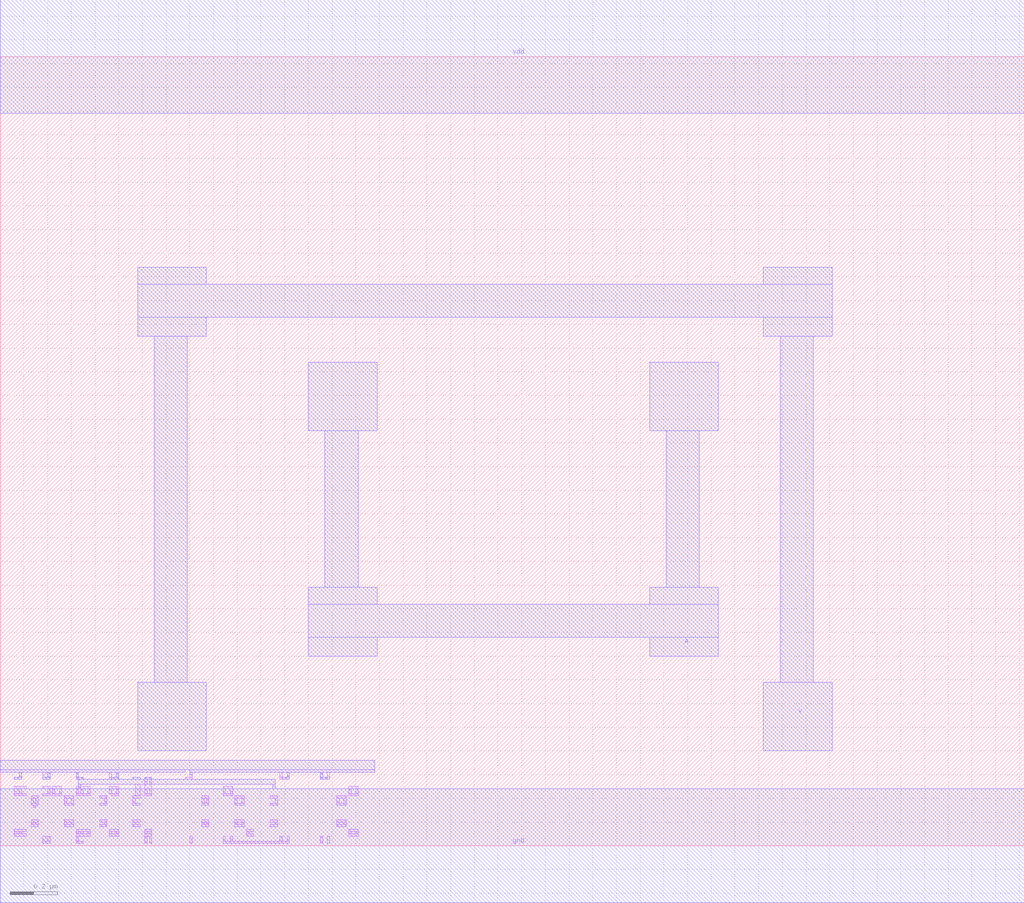
<source format=lef>
VERSION 5.7 ;
  NOWIREEXTENSIONATPIN ON ;
  DIVIDERCHAR "/" ;
  BUSBITCHARS "[]" ;
MACRO INVX4
  CLASS CORE ;
  FOREIGN INVX4 ;
  ORIGIN 0.000 0.000 ;
  SIZE 4.320 BY 3.330 ;
  SYMMETRY X Y R90 ;
  SITE unit ;
  PIN vdd
    DIRECTION INOUT ;
    USE POWER ;
    SHAPE ABUTMENT ;
    PORT
      LAYER met1 ;
        RECT 0.000 3.090 4.320 3.570 ;
    END
  END vdd
  PIN gnd
    DIRECTION INOUT ;
    USE GROUND ;
    SHAPE ABUTMENT ;
    PORT
      LAYER met1 ;
        RECT 0.000 0.320 1.580 0.360 ;
        RECT 0.000 0.310 0.780 0.320 ;
        RECT 0.800 0.310 1.580 0.320 ;
        RECT 0.080 0.290 0.090 0.310 ;
        RECT 0.200 0.290 0.210 0.310 ;
        RECT 0.060 0.280 0.090 0.290 ;
        RECT 0.180 0.280 0.210 0.290 ;
        RECT 0.320 0.290 0.330 0.310 ;
        RECT 0.490 0.290 0.500 0.310 ;
        RECT 0.800 0.300 0.810 0.310 ;
        RECT 1.210 0.290 1.220 0.310 ;
        RECT 0.320 0.280 0.350 0.290 ;
        RECT 0.470 0.280 0.500 0.290 ;
        RECT 0.560 0.280 0.590 0.290 ;
        RECT 0.610 0.280 0.640 0.290 ;
        RECT 1.190 0.280 1.220 0.290 ;
        RECT 1.350 0.290 1.360 0.310 ;
        RECT 1.350 0.280 1.380 0.290 ;
        RECT 0.330 0.260 1.160 0.280 ;
        RECT 0.330 0.240 0.340 0.260 ;
        RECT 1.150 0.240 1.160 0.260 ;
        RECT 0.000 -0.240 4.320 0.240 ;
    END
  END gnd
  PIN Y
    DIRECTION INOUT ;
    USE SIGNAL ;
    SHAPE ABUTMENT ;
    PORT
      LAYER met1 ;
        RECT 0.580 2.370 0.870 2.440 ;
        RECT 3.220 2.370 3.510 2.440 ;
        RECT 0.580 2.230 3.510 2.370 ;
        RECT 0.580 2.150 0.870 2.230 ;
        RECT 3.220 2.150 3.510 2.230 ;
        RECT 0.650 0.690 0.790 2.150 ;
        RECT 3.290 0.690 3.430 2.150 ;
        RECT 0.580 0.400 0.870 0.690 ;
        RECT 3.220 0.400 3.510 0.690 ;
    END
  END Y
  PIN A
    DIRECTION INOUT ;
    USE SIGNAL ;
    SHAPE ABUTMENT ;
    PORT
      LAYER met1 ;
        RECT 1.300 1.750 1.590 2.040 ;
        RECT 2.740 1.750 3.030 2.040 ;
        RECT 1.370 1.090 1.510 1.750 ;
        RECT 2.810 1.090 2.950 1.750 ;
        RECT 1.300 1.020 1.590 1.090 ;
        RECT 2.740 1.020 3.030 1.090 ;
        RECT 1.300 0.880 3.030 1.020 ;
        RECT 1.300 0.800 1.590 0.880 ;
        RECT 2.740 0.800 3.030 0.880 ;
    END
  END A
  OBS
      LAYER li1 ;
        RECT 0.080 0.290 0.090 0.310 ;
        RECT 0.060 0.280 0.090 0.290 ;
      LAYER li1 ;
        RECT 0.180 0.290 0.200 0.310 ;
      LAYER li1 ;
        RECT 0.200 0.290 0.210 0.310 ;
        RECT 0.180 0.280 0.210 0.290 ;
        RECT 0.320 0.290 0.330 0.310 ;
        RECT 0.460 0.290 0.470 0.310 ;
        RECT 0.490 0.290 0.500 0.310 ;
        RECT 0.800 0.290 0.810 0.310 ;
        RECT 0.320 0.280 0.350 0.290 ;
        RECT 0.460 0.280 0.500 0.290 ;
        RECT 0.610 0.280 0.640 0.290 ;
        RECT 0.780 0.280 0.810 0.290 ;
        RECT 1.180 0.290 1.190 0.310 ;
        RECT 1.210 0.290 1.220 0.310 ;
        RECT 1.180 0.280 1.220 0.290 ;
        RECT 1.350 0.290 1.360 0.310 ;
        RECT 1.380 0.290 1.390 0.310 ;
        RECT 1.350 0.280 1.390 0.290 ;
        RECT 0.610 0.260 0.620 0.280 ;
        RECT 0.630 0.260 0.640 0.280 ;
        RECT 0.060 0.240 0.110 0.250 ;
        RECT 0.180 0.240 0.210 0.250 ;
      LAYER li1 ;
        RECT 0.060 0.220 0.080 0.240 ;
      LAYER li1 ;
        RECT 0.080 0.220 0.090 0.240 ;
        RECT 0.200 0.220 0.210 0.240 ;
        RECT 0.060 0.210 0.110 0.220 ;
        RECT 0.180 0.210 0.210 0.220 ;
        RECT 0.220 0.240 0.260 0.250 ;
        RECT 0.220 0.220 0.230 0.240 ;
        RECT 0.250 0.220 0.260 0.240 ;
        RECT 0.220 0.210 0.260 0.220 ;
        RECT 0.320 0.240 0.380 0.250 ;
        RECT 0.320 0.220 0.330 0.240 ;
        RECT 0.340 0.220 0.350 0.240 ;
        RECT 0.370 0.220 0.380 0.240 ;
        RECT 0.460 0.240 0.500 0.250 ;
        RECT 0.460 0.220 0.470 0.240 ;
        RECT 0.490 0.220 0.500 0.240 ;
        RECT 0.320 0.210 0.380 0.220 ;
        RECT 0.470 0.210 0.500 0.220 ;
        RECT 0.570 0.210 0.590 0.260 ;
        RECT 0.610 0.240 0.640 0.260 ;
        RECT 0.610 0.220 0.620 0.240 ;
        RECT 0.630 0.220 0.640 0.240 ;
        RECT 0.610 0.210 0.640 0.220 ;
        RECT 0.940 0.240 0.980 0.250 ;
        RECT 0.940 0.220 0.950 0.240 ;
        RECT 0.970 0.220 0.980 0.240 ;
        RECT 0.940 0.210 0.980 0.220 ;
        RECT 1.470 0.240 1.510 0.250 ;
        RECT 1.470 0.220 1.480 0.240 ;
        RECT 1.500 0.220 1.510 0.240 ;
        RECT 1.470 0.210 1.510 0.220 ;
        RECT 0.130 0.200 0.160 0.210 ;
        RECT 0.130 0.180 0.140 0.200 ;
      LAYER li1 ;
        RECT 0.140 0.180 0.150 0.200 ;
      LAYER li1 ;
        RECT 0.150 0.180 0.160 0.200 ;
        RECT 0.130 0.170 0.160 0.180 ;
        RECT 0.270 0.200 0.310 0.210 ;
        RECT 0.420 0.200 0.450 0.210 ;
        RECT 0.270 0.180 0.280 0.200 ;
        RECT 0.300 0.180 0.310 0.200 ;
        RECT 0.440 0.180 0.450 0.200 ;
        RECT 0.270 0.170 0.310 0.180 ;
        RECT 0.420 0.170 0.450 0.180 ;
        RECT 0.560 0.200 0.590 0.210 ;
        RECT 0.850 0.200 0.880 0.210 ;
        RECT 0.560 0.180 0.570 0.200 ;
        RECT 0.850 0.180 0.860 0.200 ;
        RECT 0.870 0.180 0.880 0.200 ;
        RECT 0.560 0.170 0.590 0.180 ;
        RECT 0.850 0.170 0.880 0.180 ;
        RECT 0.990 0.200 1.030 0.210 ;
        RECT 1.140 0.200 1.170 0.210 ;
        RECT 0.990 0.180 1.000 0.200 ;
        RECT 1.020 0.180 1.030 0.200 ;
        RECT 1.160 0.180 1.170 0.200 ;
        RECT 0.990 0.170 1.030 0.180 ;
        RECT 1.140 0.170 1.170 0.180 ;
        RECT 1.420 0.200 1.460 0.210 ;
        RECT 1.420 0.180 1.430 0.200 ;
        RECT 1.450 0.180 1.460 0.200 ;
        RECT 1.420 0.170 1.460 0.180 ;
        RECT 0.140 0.160 0.150 0.170 ;
        RECT 0.130 0.100 0.160 0.110 ;
        RECT 0.130 0.090 0.140 0.100 ;
      LAYER li1 ;
        RECT 0.140 0.090 0.150 0.100 ;
      LAYER li1 ;
        RECT 0.150 0.090 0.160 0.100 ;
        RECT 0.130 0.080 0.160 0.090 ;
        RECT 0.270 0.100 0.310 0.110 ;
        RECT 0.420 0.100 0.450 0.110 ;
        RECT 0.270 0.090 0.280 0.100 ;
        RECT 0.300 0.090 0.310 0.100 ;
        RECT 0.440 0.090 0.450 0.100 ;
        RECT 0.270 0.080 0.310 0.090 ;
        RECT 0.420 0.080 0.450 0.090 ;
        RECT 0.560 0.100 0.590 0.110 ;
        RECT 0.850 0.100 0.880 0.110 ;
        RECT 0.560 0.090 0.570 0.100 ;
        RECT 0.850 0.090 0.860 0.100 ;
        RECT 0.870 0.090 0.880 0.100 ;
        RECT 0.560 0.080 0.590 0.090 ;
        RECT 0.850 0.080 0.880 0.090 ;
        RECT 0.990 0.100 1.030 0.110 ;
        RECT 1.140 0.100 1.170 0.110 ;
        RECT 0.990 0.090 1.000 0.100 ;
        RECT 1.020 0.090 1.030 0.100 ;
        RECT 1.160 0.090 1.170 0.100 ;
        RECT 0.990 0.080 1.030 0.090 ;
        RECT 1.140 0.080 1.170 0.090 ;
        RECT 1.420 0.100 1.460 0.110 ;
        RECT 1.420 0.090 1.430 0.100 ;
        RECT 1.450 0.090 1.460 0.100 ;
        RECT 1.420 0.080 1.460 0.090 ;
        RECT 0.060 0.060 0.110 0.070 ;
        RECT 0.320 0.060 0.380 0.070 ;
      LAYER li1 ;
        RECT 0.060 0.050 0.080 0.060 ;
      LAYER li1 ;
        RECT 0.080 0.050 0.090 0.060 ;
        RECT 0.320 0.050 0.330 0.060 ;
        RECT 0.340 0.050 0.350 0.060 ;
        RECT 0.370 0.050 0.380 0.060 ;
        RECT 0.060 0.040 0.110 0.050 ;
        RECT 0.320 0.040 0.380 0.050 ;
        RECT 0.460 0.060 0.500 0.070 ;
        RECT 0.460 0.050 0.470 0.060 ;
        RECT 0.490 0.050 0.500 0.060 ;
        RECT 0.460 0.040 0.500 0.050 ;
        RECT 0.610 0.060 0.640 0.070 ;
        RECT 0.610 0.050 0.620 0.060 ;
        RECT 0.630 0.050 0.640 0.060 ;
        RECT 0.610 0.040 0.640 0.050 ;
        RECT 1.040 0.060 1.070 0.070 ;
        RECT 1.470 0.060 1.510 0.070 ;
        RECT 1.040 0.050 1.050 0.060 ;
        RECT 1.470 0.050 1.480 0.060 ;
        RECT 1.500 0.050 1.510 0.060 ;
        RECT 1.040 0.040 1.070 0.050 ;
        RECT 1.470 0.040 1.510 0.050 ;
      LAYER li1 ;
        RECT 0.180 0.020 0.200 0.040 ;
      LAYER li1 ;
        RECT 0.200 0.020 0.210 0.040 ;
        RECT 0.180 0.010 0.210 0.020 ;
        RECT 0.320 0.020 0.330 0.040 ;
        RECT 0.320 0.010 0.350 0.020 ;
        RECT 0.610 0.010 0.620 0.040 ;
        RECT 0.630 0.010 0.640 0.040 ;
        RECT 0.800 0.010 0.810 0.040 ;
        RECT 0.940 0.020 0.950 0.040 ;
        RECT 0.970 0.020 0.980 0.040 ;
        RECT 1.180 0.020 1.190 0.040 ;
        RECT 1.210 0.020 1.220 0.040 ;
        RECT 0.940 0.010 1.220 0.020 ;
        RECT 1.350 0.010 1.360 0.040 ;
        RECT 1.380 0.010 1.390 0.040 ;
  END
END INVX4
END LIBRARY


</source>
